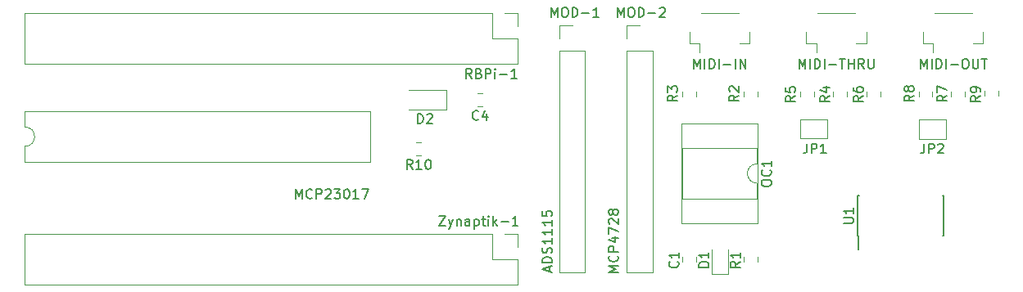
<source format=gbr>
G04 #@! TF.GenerationSoftware,KiCad,Pcbnew,5.0.2-5.fc29*
G04 #@! TF.CreationDate,2019-06-12T15:27:29+02:00*
G04 #@! TF.ProjectId,zynthian_zynaptik,7a796e74-6869-4616-9e5f-7a796e617074,1.0*
G04 #@! TF.SameCoordinates,Original*
G04 #@! TF.FileFunction,Legend,Top*
G04 #@! TF.FilePolarity,Positive*
%FSLAX46Y46*%
G04 Gerber Fmt 4.6, Leading zero omitted, Abs format (unit mm)*
G04 Created by KiCad (PCBNEW 5.0.2-5.fc29) date mié 12 jun 2019 15:27:29 CEST*
%MOMM*%
%LPD*%
G01*
G04 APERTURE LIST*
%ADD10C,0.150000*%
%ADD11C,0.120000*%
G04 APERTURE END LIST*
D10*
G04 #@! TO.C,U1*
X155252500Y-125201500D02*
X155277500Y-125201500D01*
X155252500Y-121051500D02*
X155367500Y-121051500D01*
X164152500Y-121051500D02*
X164037500Y-121051500D01*
X164152500Y-125201500D02*
X164037500Y-125201500D01*
X155252500Y-125201500D02*
X155252500Y-121051500D01*
X164152500Y-125201500D02*
X164152500Y-121051500D01*
X155277500Y-125201500D02*
X155277500Y-126576500D01*
D11*
G04 #@! TO.C,MCP23017*
X69155000Y-113935000D02*
G75*
G02X69155000Y-115935000I0J-1000000D01*
G01*
X69155000Y-115935000D02*
X69155000Y-117585000D01*
X69155000Y-117585000D02*
X104835000Y-117585000D01*
X104835000Y-117585000D02*
X104835000Y-112285000D01*
X104835000Y-112285000D02*
X69155000Y-112285000D01*
X69155000Y-112285000D02*
X69155000Y-113935000D01*
G04 #@! TO.C,C1*
X137085000Y-127893578D02*
X137085000Y-127376422D01*
X138505000Y-127893578D02*
X138505000Y-127376422D01*
G04 #@! TO.C,C4*
X116463578Y-110415000D02*
X115946422Y-110415000D01*
X116463578Y-111835000D02*
X115946422Y-111835000D01*
G04 #@! TO.C,D1*
X140120000Y-129135000D02*
X140120000Y-126585000D01*
X141820000Y-129135000D02*
X141820000Y-126585000D01*
X140120000Y-129135000D02*
X141820000Y-129135000D01*
G04 #@! TO.C,D2*
X112740000Y-112125000D02*
X112740000Y-110125000D01*
X112740000Y-110125000D02*
X108840000Y-110125000D01*
X112740000Y-112125000D02*
X108840000Y-112125000D01*
G04 #@! TO.C,MIDI-1*
X137860000Y-104100000D02*
X137860000Y-105250000D01*
X137860000Y-105250000D02*
X138910000Y-105250000D01*
X138910000Y-105250000D02*
X138910000Y-106240000D01*
X144080000Y-104100000D02*
X144080000Y-105250000D01*
X144080000Y-105250000D02*
X143030000Y-105250000D01*
X139030000Y-102130000D02*
X142910000Y-102130000D01*
G04 #@! TO.C,MIDI-2*
X151095000Y-102130000D02*
X154975000Y-102130000D01*
X156145000Y-105250000D02*
X155095000Y-105250000D01*
X156145000Y-104100000D02*
X156145000Y-105250000D01*
X150975000Y-105250000D02*
X150975000Y-106240000D01*
X149925000Y-105250000D02*
X150975000Y-105250000D01*
X149925000Y-104100000D02*
X149925000Y-105250000D01*
G04 #@! TO.C,MIDI-3*
X161990000Y-104100000D02*
X161990000Y-105250000D01*
X161990000Y-105250000D02*
X163040000Y-105250000D01*
X163040000Y-105250000D02*
X163040000Y-106240000D01*
X168210000Y-104100000D02*
X168210000Y-105250000D01*
X168210000Y-105250000D02*
X167160000Y-105250000D01*
X163160000Y-102130000D02*
X167040000Y-102130000D01*
G04 #@! TO.C,MOD-1*
X124400000Y-128965000D02*
X127060000Y-128965000D01*
X124400000Y-106045000D02*
X124400000Y-128965000D01*
X127060000Y-106045000D02*
X127060000Y-128965000D01*
X124400000Y-106045000D02*
X127060000Y-106045000D01*
X124400000Y-104775000D02*
X124400000Y-103445000D01*
X124400000Y-103445000D02*
X125730000Y-103445000D01*
G04 #@! TO.C,MOD-2*
X131385000Y-103445000D02*
X132715000Y-103445000D01*
X131385000Y-104775000D02*
X131385000Y-103445000D01*
X131385000Y-106045000D02*
X134045000Y-106045000D01*
X134045000Y-106045000D02*
X134045000Y-128965000D01*
X131385000Y-106045000D02*
X131385000Y-128965000D01*
X131385000Y-128965000D02*
X134045000Y-128965000D01*
G04 #@! TO.C,OC1*
X144900000Y-123885000D02*
X144900000Y-113605000D01*
X137040000Y-123885000D02*
X144900000Y-123885000D01*
X137040000Y-113605000D02*
X137040000Y-123885000D01*
X144900000Y-113605000D02*
X137040000Y-113605000D01*
X144840000Y-121395000D02*
X144840000Y-119745000D01*
X137100000Y-121395000D02*
X144840000Y-121395000D01*
X137100000Y-116095000D02*
X137100000Y-121395000D01*
X144840000Y-116095000D02*
X137100000Y-116095000D01*
X144840000Y-117745000D02*
X144840000Y-116095000D01*
X144840000Y-119745000D02*
G75*
G02X144840000Y-117745000I0J1000000D01*
G01*
G04 #@! TO.C,R1*
X144855000Y-127893578D02*
X144855000Y-127376422D01*
X143435000Y-127893578D02*
X143435000Y-127376422D01*
G04 #@! TO.C,R2*
X144855000Y-110748578D02*
X144855000Y-110231422D01*
X143435000Y-110748578D02*
X143435000Y-110231422D01*
G04 #@! TO.C,R3*
X137085000Y-110748578D02*
X137085000Y-110231422D01*
X138505000Y-110748578D02*
X138505000Y-110231422D01*
G04 #@! TO.C,R10*
X110113578Y-116915000D02*
X109596422Y-116915000D01*
X110113578Y-115495000D02*
X109596422Y-115495000D01*
G04 #@! TO.C,RBPi-1*
X120075000Y-102175000D02*
X120075000Y-103505000D01*
X118745000Y-102175000D02*
X120075000Y-102175000D01*
X120075000Y-104775000D02*
X120075000Y-107375000D01*
X117475000Y-104775000D02*
X120075000Y-104775000D01*
X117475000Y-102175000D02*
X117475000Y-104775000D01*
X120075000Y-107375000D02*
X69155000Y-107375000D01*
X117475000Y-102175000D02*
X69155000Y-102175000D01*
X69155000Y-102175000D02*
X69155000Y-107375000D01*
G04 #@! TO.C,Zynaptik-1*
X69155000Y-125035000D02*
X69155000Y-130235000D01*
X117475000Y-125035000D02*
X69155000Y-125035000D01*
X120075000Y-130235000D02*
X69155000Y-130235000D01*
X117475000Y-125035000D02*
X117475000Y-127635000D01*
X117475000Y-127635000D02*
X120075000Y-127635000D01*
X120075000Y-127635000D02*
X120075000Y-130235000D01*
X118745000Y-125035000D02*
X120075000Y-125035000D01*
X120075000Y-125035000D02*
X120075000Y-126365000D01*
G04 #@! TO.C,R4*
X152706000Y-110231422D02*
X152706000Y-110748578D01*
X154126000Y-110231422D02*
X154126000Y-110748578D01*
G04 #@! TO.C,R5*
X149277000Y-110812078D02*
X149277000Y-110294922D01*
X150697000Y-110812078D02*
X150697000Y-110294922D01*
G04 #@! TO.C,R6*
X156135000Y-110294922D02*
X156135000Y-110812078D01*
X157555000Y-110294922D02*
X157555000Y-110812078D01*
G04 #@! TO.C,R7*
X166318000Y-110231422D02*
X166318000Y-110748578D01*
X164898000Y-110231422D02*
X164898000Y-110748578D01*
G04 #@! TO.C,R8*
X162952500Y-110748578D02*
X162952500Y-110231422D01*
X161532500Y-110748578D02*
X161532500Y-110231422D01*
G04 #@! TO.C,R9*
X169747000Y-110167922D02*
X169747000Y-110685078D01*
X168327000Y-110167922D02*
X168327000Y-110685078D01*
G04 #@! TO.C,JP1*
X149270500Y-115109500D02*
X149270500Y-113109500D01*
X152070500Y-115109500D02*
X149270500Y-115109500D01*
X152070500Y-113109500D02*
X152070500Y-115109500D01*
X149270500Y-113109500D02*
X152070500Y-113109500D01*
G04 #@! TO.C,JP2*
X161541000Y-113173000D02*
X164341000Y-113173000D01*
X164341000Y-113173000D02*
X164341000Y-115173000D01*
X164341000Y-115173000D02*
X161541000Y-115173000D01*
X161541000Y-115173000D02*
X161541000Y-113173000D01*
G04 #@! TO.C,U1*
D10*
X153779880Y-123888404D02*
X154589404Y-123888404D01*
X154684642Y-123840785D01*
X154732261Y-123793166D01*
X154779880Y-123697928D01*
X154779880Y-123507452D01*
X154732261Y-123412214D01*
X154684642Y-123364595D01*
X154589404Y-123316976D01*
X153779880Y-123316976D01*
X154779880Y-122316976D02*
X154779880Y-122888404D01*
X154779880Y-122602690D02*
X153779880Y-122602690D01*
X153922738Y-122697928D01*
X154017976Y-122793166D01*
X154065595Y-122888404D01*
G04 #@! TO.C,MCP23017*
X97123714Y-121356380D02*
X97123714Y-120356380D01*
X97457047Y-121070666D01*
X97790380Y-120356380D01*
X97790380Y-121356380D01*
X98838000Y-121261142D02*
X98790380Y-121308761D01*
X98647523Y-121356380D01*
X98552285Y-121356380D01*
X98409428Y-121308761D01*
X98314190Y-121213523D01*
X98266571Y-121118285D01*
X98218952Y-120927809D01*
X98218952Y-120784952D01*
X98266571Y-120594476D01*
X98314190Y-120499238D01*
X98409428Y-120404000D01*
X98552285Y-120356380D01*
X98647523Y-120356380D01*
X98790380Y-120404000D01*
X98838000Y-120451619D01*
X99266571Y-121356380D02*
X99266571Y-120356380D01*
X99647523Y-120356380D01*
X99742761Y-120404000D01*
X99790380Y-120451619D01*
X99838000Y-120546857D01*
X99838000Y-120689714D01*
X99790380Y-120784952D01*
X99742761Y-120832571D01*
X99647523Y-120880190D01*
X99266571Y-120880190D01*
X100218952Y-120451619D02*
X100266571Y-120404000D01*
X100361809Y-120356380D01*
X100599904Y-120356380D01*
X100695142Y-120404000D01*
X100742761Y-120451619D01*
X100790380Y-120546857D01*
X100790380Y-120642095D01*
X100742761Y-120784952D01*
X100171333Y-121356380D01*
X100790380Y-121356380D01*
X101123714Y-120356380D02*
X101742761Y-120356380D01*
X101409428Y-120737333D01*
X101552285Y-120737333D01*
X101647523Y-120784952D01*
X101695142Y-120832571D01*
X101742761Y-120927809D01*
X101742761Y-121165904D01*
X101695142Y-121261142D01*
X101647523Y-121308761D01*
X101552285Y-121356380D01*
X101266571Y-121356380D01*
X101171333Y-121308761D01*
X101123714Y-121261142D01*
X102361809Y-120356380D02*
X102457047Y-120356380D01*
X102552285Y-120404000D01*
X102599904Y-120451619D01*
X102647523Y-120546857D01*
X102695142Y-120737333D01*
X102695142Y-120975428D01*
X102647523Y-121165904D01*
X102599904Y-121261142D01*
X102552285Y-121308761D01*
X102457047Y-121356380D01*
X102361809Y-121356380D01*
X102266571Y-121308761D01*
X102218952Y-121261142D01*
X102171333Y-121165904D01*
X102123714Y-120975428D01*
X102123714Y-120737333D01*
X102171333Y-120546857D01*
X102218952Y-120451619D01*
X102266571Y-120404000D01*
X102361809Y-120356380D01*
X103647523Y-121356380D02*
X103076095Y-121356380D01*
X103361809Y-121356380D02*
X103361809Y-120356380D01*
X103266571Y-120499238D01*
X103171333Y-120594476D01*
X103076095Y-120642095D01*
X103980857Y-120356380D02*
X104647523Y-120356380D01*
X104218952Y-121356380D01*
G04 #@! TO.C,C1*
X136628142Y-127865166D02*
X136675761Y-127912785D01*
X136723380Y-128055642D01*
X136723380Y-128150880D01*
X136675761Y-128293738D01*
X136580523Y-128388976D01*
X136485285Y-128436595D01*
X136294809Y-128484214D01*
X136151952Y-128484214D01*
X135961476Y-128436595D01*
X135866238Y-128388976D01*
X135771000Y-128293738D01*
X135723380Y-128150880D01*
X135723380Y-128055642D01*
X135771000Y-127912785D01*
X135818619Y-127865166D01*
X136723380Y-126912785D02*
X136723380Y-127484214D01*
X136723380Y-127198500D02*
X135723380Y-127198500D01*
X135866238Y-127293738D01*
X135961476Y-127388976D01*
X136009095Y-127484214D01*
G04 #@! TO.C,C4*
X116038333Y-113132142D02*
X115990714Y-113179761D01*
X115847857Y-113227380D01*
X115752619Y-113227380D01*
X115609761Y-113179761D01*
X115514523Y-113084523D01*
X115466904Y-112989285D01*
X115419285Y-112798809D01*
X115419285Y-112655952D01*
X115466904Y-112465476D01*
X115514523Y-112370238D01*
X115609761Y-112275000D01*
X115752619Y-112227380D01*
X115847857Y-112227380D01*
X115990714Y-112275000D01*
X116038333Y-112322619D01*
X116895476Y-112560714D02*
X116895476Y-113227380D01*
X116657380Y-112179761D02*
X116419285Y-112894047D01*
X117038333Y-112894047D01*
G04 #@! TO.C,D1*
X139834880Y-128436595D02*
X138834880Y-128436595D01*
X138834880Y-128198500D01*
X138882500Y-128055642D01*
X138977738Y-127960404D01*
X139072976Y-127912785D01*
X139263452Y-127865166D01*
X139406309Y-127865166D01*
X139596785Y-127912785D01*
X139692023Y-127960404D01*
X139787261Y-128055642D01*
X139834880Y-128198500D01*
X139834880Y-128436595D01*
X139834880Y-126912785D02*
X139834880Y-127484214D01*
X139834880Y-127198500D02*
X138834880Y-127198500D01*
X138977738Y-127293738D01*
X139072976Y-127388976D01*
X139120595Y-127484214D01*
G04 #@! TO.C,D2*
X109751904Y-113577380D02*
X109751904Y-112577380D01*
X109990000Y-112577380D01*
X110132857Y-112625000D01*
X110228095Y-112720238D01*
X110275714Y-112815476D01*
X110323333Y-113005952D01*
X110323333Y-113148809D01*
X110275714Y-113339285D01*
X110228095Y-113434523D01*
X110132857Y-113529761D01*
X109990000Y-113577380D01*
X109751904Y-113577380D01*
X110704285Y-112672619D02*
X110751904Y-112625000D01*
X110847142Y-112577380D01*
X111085238Y-112577380D01*
X111180476Y-112625000D01*
X111228095Y-112672619D01*
X111275714Y-112767857D01*
X111275714Y-112863095D01*
X111228095Y-113005952D01*
X110656666Y-113577380D01*
X111275714Y-113577380D01*
G04 #@! TO.C,MIDI-1*
X138279523Y-107892380D02*
X138279523Y-106892380D01*
X138612857Y-107606666D01*
X138946190Y-106892380D01*
X138946190Y-107892380D01*
X139422380Y-107892380D02*
X139422380Y-106892380D01*
X139898571Y-107892380D02*
X139898571Y-106892380D01*
X140136666Y-106892380D01*
X140279523Y-106940000D01*
X140374761Y-107035238D01*
X140422380Y-107130476D01*
X140470000Y-107320952D01*
X140470000Y-107463809D01*
X140422380Y-107654285D01*
X140374761Y-107749523D01*
X140279523Y-107844761D01*
X140136666Y-107892380D01*
X139898571Y-107892380D01*
X140898571Y-107892380D02*
X140898571Y-106892380D01*
X141374761Y-107511428D02*
X142136666Y-107511428D01*
X142612857Y-107892380D02*
X142612857Y-106892380D01*
X143089047Y-107892380D02*
X143089047Y-106892380D01*
X143660476Y-107892380D01*
X143660476Y-106892380D01*
G04 #@! TO.C,MIDI-2*
X149177857Y-107892380D02*
X149177857Y-106892380D01*
X149511190Y-107606666D01*
X149844523Y-106892380D01*
X149844523Y-107892380D01*
X150320714Y-107892380D02*
X150320714Y-106892380D01*
X150796904Y-107892380D02*
X150796904Y-106892380D01*
X151035000Y-106892380D01*
X151177857Y-106940000D01*
X151273095Y-107035238D01*
X151320714Y-107130476D01*
X151368333Y-107320952D01*
X151368333Y-107463809D01*
X151320714Y-107654285D01*
X151273095Y-107749523D01*
X151177857Y-107844761D01*
X151035000Y-107892380D01*
X150796904Y-107892380D01*
X151796904Y-107892380D02*
X151796904Y-106892380D01*
X152273095Y-107511428D02*
X153035000Y-107511428D01*
X153368333Y-106892380D02*
X153939761Y-106892380D01*
X153654047Y-107892380D02*
X153654047Y-106892380D01*
X154273095Y-107892380D02*
X154273095Y-106892380D01*
X154273095Y-107368571D02*
X154844523Y-107368571D01*
X154844523Y-107892380D02*
X154844523Y-106892380D01*
X155892142Y-107892380D02*
X155558809Y-107416190D01*
X155320714Y-107892380D02*
X155320714Y-106892380D01*
X155701666Y-106892380D01*
X155796904Y-106940000D01*
X155844523Y-106987619D01*
X155892142Y-107082857D01*
X155892142Y-107225714D01*
X155844523Y-107320952D01*
X155796904Y-107368571D01*
X155701666Y-107416190D01*
X155320714Y-107416190D01*
X156320714Y-106892380D02*
X156320714Y-107701904D01*
X156368333Y-107797142D01*
X156415952Y-107844761D01*
X156511190Y-107892380D01*
X156701666Y-107892380D01*
X156796904Y-107844761D01*
X156844523Y-107797142D01*
X156892142Y-107701904D01*
X156892142Y-106892380D01*
G04 #@! TO.C,MIDI-3*
X161742857Y-107892380D02*
X161742857Y-106892380D01*
X162076190Y-107606666D01*
X162409523Y-106892380D01*
X162409523Y-107892380D01*
X162885714Y-107892380D02*
X162885714Y-106892380D01*
X163361904Y-107892380D02*
X163361904Y-106892380D01*
X163600000Y-106892380D01*
X163742857Y-106940000D01*
X163838095Y-107035238D01*
X163885714Y-107130476D01*
X163933333Y-107320952D01*
X163933333Y-107463809D01*
X163885714Y-107654285D01*
X163838095Y-107749523D01*
X163742857Y-107844761D01*
X163600000Y-107892380D01*
X163361904Y-107892380D01*
X164361904Y-107892380D02*
X164361904Y-106892380D01*
X164838095Y-107511428D02*
X165600000Y-107511428D01*
X166266666Y-106892380D02*
X166457142Y-106892380D01*
X166552380Y-106940000D01*
X166647619Y-107035238D01*
X166695238Y-107225714D01*
X166695238Y-107559047D01*
X166647619Y-107749523D01*
X166552380Y-107844761D01*
X166457142Y-107892380D01*
X166266666Y-107892380D01*
X166171428Y-107844761D01*
X166076190Y-107749523D01*
X166028571Y-107559047D01*
X166028571Y-107225714D01*
X166076190Y-107035238D01*
X166171428Y-106940000D01*
X166266666Y-106892380D01*
X167123809Y-106892380D02*
X167123809Y-107701904D01*
X167171428Y-107797142D01*
X167219047Y-107844761D01*
X167314285Y-107892380D01*
X167504761Y-107892380D01*
X167600000Y-107844761D01*
X167647619Y-107797142D01*
X167695238Y-107701904D01*
X167695238Y-106892380D01*
X168028571Y-106892380D02*
X168600000Y-106892380D01*
X168314285Y-107892380D02*
X168314285Y-106892380D01*
G04 #@! TO.C,MOD-1*
X123531619Y-102560380D02*
X123531619Y-101560380D01*
X123864952Y-102274666D01*
X124198285Y-101560380D01*
X124198285Y-102560380D01*
X124864952Y-101560380D02*
X125055428Y-101560380D01*
X125150666Y-101608000D01*
X125245904Y-101703238D01*
X125293523Y-101893714D01*
X125293523Y-102227047D01*
X125245904Y-102417523D01*
X125150666Y-102512761D01*
X125055428Y-102560380D01*
X124864952Y-102560380D01*
X124769714Y-102512761D01*
X124674476Y-102417523D01*
X124626857Y-102227047D01*
X124626857Y-101893714D01*
X124674476Y-101703238D01*
X124769714Y-101608000D01*
X124864952Y-101560380D01*
X125722095Y-102560380D02*
X125722095Y-101560380D01*
X125960190Y-101560380D01*
X126103047Y-101608000D01*
X126198285Y-101703238D01*
X126245904Y-101798476D01*
X126293523Y-101988952D01*
X126293523Y-102131809D01*
X126245904Y-102322285D01*
X126198285Y-102417523D01*
X126103047Y-102512761D01*
X125960190Y-102560380D01*
X125722095Y-102560380D01*
X126722095Y-102179428D02*
X127484000Y-102179428D01*
X128484000Y-102560380D02*
X127912571Y-102560380D01*
X128198285Y-102560380D02*
X128198285Y-101560380D01*
X128103047Y-101703238D01*
X128007809Y-101798476D01*
X127912571Y-101846095D01*
X123356666Y-128849047D02*
X123356666Y-128372857D01*
X123642380Y-128944285D02*
X122642380Y-128610952D01*
X123642380Y-128277619D01*
X123642380Y-127944285D02*
X122642380Y-127944285D01*
X122642380Y-127706190D01*
X122690000Y-127563333D01*
X122785238Y-127468095D01*
X122880476Y-127420476D01*
X123070952Y-127372857D01*
X123213809Y-127372857D01*
X123404285Y-127420476D01*
X123499523Y-127468095D01*
X123594761Y-127563333D01*
X123642380Y-127706190D01*
X123642380Y-127944285D01*
X123594761Y-126991904D02*
X123642380Y-126849047D01*
X123642380Y-126610952D01*
X123594761Y-126515714D01*
X123547142Y-126468095D01*
X123451904Y-126420476D01*
X123356666Y-126420476D01*
X123261428Y-126468095D01*
X123213809Y-126515714D01*
X123166190Y-126610952D01*
X123118571Y-126801428D01*
X123070952Y-126896666D01*
X123023333Y-126944285D01*
X122928095Y-126991904D01*
X122832857Y-126991904D01*
X122737619Y-126944285D01*
X122690000Y-126896666D01*
X122642380Y-126801428D01*
X122642380Y-126563333D01*
X122690000Y-126420476D01*
X123642380Y-125468095D02*
X123642380Y-126039523D01*
X123642380Y-125753809D02*
X122642380Y-125753809D01*
X122785238Y-125849047D01*
X122880476Y-125944285D01*
X122928095Y-126039523D01*
X123642380Y-124515714D02*
X123642380Y-125087142D01*
X123642380Y-124801428D02*
X122642380Y-124801428D01*
X122785238Y-124896666D01*
X122880476Y-124991904D01*
X122928095Y-125087142D01*
X123642380Y-123563333D02*
X123642380Y-124134761D01*
X123642380Y-123849047D02*
X122642380Y-123849047D01*
X122785238Y-123944285D01*
X122880476Y-124039523D01*
X122928095Y-124134761D01*
X122642380Y-122658571D02*
X122642380Y-123134761D01*
X123118571Y-123182380D01*
X123070952Y-123134761D01*
X123023333Y-123039523D01*
X123023333Y-122801428D01*
X123070952Y-122706190D01*
X123118571Y-122658571D01*
X123213809Y-122610952D01*
X123451904Y-122610952D01*
X123547142Y-122658571D01*
X123594761Y-122706190D01*
X123642380Y-122801428D01*
X123642380Y-123039523D01*
X123594761Y-123134761D01*
X123547142Y-123182380D01*
G04 #@! TO.C,MOD-2*
X130389619Y-102560380D02*
X130389619Y-101560380D01*
X130722952Y-102274666D01*
X131056285Y-101560380D01*
X131056285Y-102560380D01*
X131722952Y-101560380D02*
X131913428Y-101560380D01*
X132008666Y-101608000D01*
X132103904Y-101703238D01*
X132151523Y-101893714D01*
X132151523Y-102227047D01*
X132103904Y-102417523D01*
X132008666Y-102512761D01*
X131913428Y-102560380D01*
X131722952Y-102560380D01*
X131627714Y-102512761D01*
X131532476Y-102417523D01*
X131484857Y-102227047D01*
X131484857Y-101893714D01*
X131532476Y-101703238D01*
X131627714Y-101608000D01*
X131722952Y-101560380D01*
X132580095Y-102560380D02*
X132580095Y-101560380D01*
X132818190Y-101560380D01*
X132961047Y-101608000D01*
X133056285Y-101703238D01*
X133103904Y-101798476D01*
X133151523Y-101988952D01*
X133151523Y-102131809D01*
X133103904Y-102322285D01*
X133056285Y-102417523D01*
X132961047Y-102512761D01*
X132818190Y-102560380D01*
X132580095Y-102560380D01*
X133580095Y-102179428D02*
X134342000Y-102179428D01*
X134770571Y-101655619D02*
X134818190Y-101608000D01*
X134913428Y-101560380D01*
X135151523Y-101560380D01*
X135246761Y-101608000D01*
X135294380Y-101655619D01*
X135342000Y-101750857D01*
X135342000Y-101846095D01*
X135294380Y-101988952D01*
X134722952Y-102560380D01*
X135342000Y-102560380D01*
X130500380Y-128968095D02*
X129500380Y-128968095D01*
X130214666Y-128634761D01*
X129500380Y-128301428D01*
X130500380Y-128301428D01*
X130405142Y-127253809D02*
X130452761Y-127301428D01*
X130500380Y-127444285D01*
X130500380Y-127539523D01*
X130452761Y-127682380D01*
X130357523Y-127777619D01*
X130262285Y-127825238D01*
X130071809Y-127872857D01*
X129928952Y-127872857D01*
X129738476Y-127825238D01*
X129643238Y-127777619D01*
X129548000Y-127682380D01*
X129500380Y-127539523D01*
X129500380Y-127444285D01*
X129548000Y-127301428D01*
X129595619Y-127253809D01*
X130500380Y-126825238D02*
X129500380Y-126825238D01*
X129500380Y-126444285D01*
X129548000Y-126349047D01*
X129595619Y-126301428D01*
X129690857Y-126253809D01*
X129833714Y-126253809D01*
X129928952Y-126301428D01*
X129976571Y-126349047D01*
X130024190Y-126444285D01*
X130024190Y-126825238D01*
X129833714Y-125396666D02*
X130500380Y-125396666D01*
X129452761Y-125634761D02*
X130167047Y-125872857D01*
X130167047Y-125253809D01*
X129500380Y-124968095D02*
X129500380Y-124301428D01*
X130500380Y-124730000D01*
X129595619Y-123968095D02*
X129548000Y-123920476D01*
X129500380Y-123825238D01*
X129500380Y-123587142D01*
X129548000Y-123491904D01*
X129595619Y-123444285D01*
X129690857Y-123396666D01*
X129786095Y-123396666D01*
X129928952Y-123444285D01*
X130500380Y-124015714D01*
X130500380Y-123396666D01*
X129928952Y-122825238D02*
X129881333Y-122920476D01*
X129833714Y-122968095D01*
X129738476Y-123015714D01*
X129690857Y-123015714D01*
X129595619Y-122968095D01*
X129548000Y-122920476D01*
X129500380Y-122825238D01*
X129500380Y-122634761D01*
X129548000Y-122539523D01*
X129595619Y-122491904D01*
X129690857Y-122444285D01*
X129738476Y-122444285D01*
X129833714Y-122491904D01*
X129881333Y-122539523D01*
X129928952Y-122634761D01*
X129928952Y-122825238D01*
X129976571Y-122920476D01*
X130024190Y-122968095D01*
X130119428Y-123015714D01*
X130309904Y-123015714D01*
X130405142Y-122968095D01*
X130452761Y-122920476D01*
X130500380Y-122825238D01*
X130500380Y-122634761D01*
X130452761Y-122539523D01*
X130405142Y-122491904D01*
X130309904Y-122444285D01*
X130119428Y-122444285D01*
X130024190Y-122491904D01*
X129976571Y-122539523D01*
X129928952Y-122634761D01*
G04 #@! TO.C,OC1*
X145292380Y-119816428D02*
X145292380Y-119625952D01*
X145340000Y-119530714D01*
X145435238Y-119435476D01*
X145625714Y-119387857D01*
X145959047Y-119387857D01*
X146149523Y-119435476D01*
X146244761Y-119530714D01*
X146292380Y-119625952D01*
X146292380Y-119816428D01*
X146244761Y-119911666D01*
X146149523Y-120006904D01*
X145959047Y-120054523D01*
X145625714Y-120054523D01*
X145435238Y-120006904D01*
X145340000Y-119911666D01*
X145292380Y-119816428D01*
X146197142Y-118387857D02*
X146244761Y-118435476D01*
X146292380Y-118578333D01*
X146292380Y-118673571D01*
X146244761Y-118816428D01*
X146149523Y-118911666D01*
X146054285Y-118959285D01*
X145863809Y-119006904D01*
X145720952Y-119006904D01*
X145530476Y-118959285D01*
X145435238Y-118911666D01*
X145340000Y-118816428D01*
X145292380Y-118673571D01*
X145292380Y-118578333D01*
X145340000Y-118435476D01*
X145387619Y-118387857D01*
X146292380Y-117435476D02*
X146292380Y-118006904D01*
X146292380Y-117721190D02*
X145292380Y-117721190D01*
X145435238Y-117816428D01*
X145530476Y-117911666D01*
X145578095Y-118006904D01*
G04 #@! TO.C,R1*
X143073380Y-127865166D02*
X142597190Y-128198500D01*
X143073380Y-128436595D02*
X142073380Y-128436595D01*
X142073380Y-128055642D01*
X142121000Y-127960404D01*
X142168619Y-127912785D01*
X142263857Y-127865166D01*
X142406714Y-127865166D01*
X142501952Y-127912785D01*
X142549571Y-127960404D01*
X142597190Y-128055642D01*
X142597190Y-128436595D01*
X143073380Y-126912785D02*
X143073380Y-127484214D01*
X143073380Y-127198500D02*
X142073380Y-127198500D01*
X142216238Y-127293738D01*
X142311476Y-127388976D01*
X142359095Y-127484214D01*
G04 #@! TO.C,R2*
X142947380Y-110656666D02*
X142471190Y-110990000D01*
X142947380Y-111228095D02*
X141947380Y-111228095D01*
X141947380Y-110847142D01*
X141995000Y-110751904D01*
X142042619Y-110704285D01*
X142137857Y-110656666D01*
X142280714Y-110656666D01*
X142375952Y-110704285D01*
X142423571Y-110751904D01*
X142471190Y-110847142D01*
X142471190Y-111228095D01*
X142042619Y-110275714D02*
X141995000Y-110228095D01*
X141947380Y-110132857D01*
X141947380Y-109894761D01*
X141995000Y-109799523D01*
X142042619Y-109751904D01*
X142137857Y-109704285D01*
X142233095Y-109704285D01*
X142375952Y-109751904D01*
X142947380Y-110323333D01*
X142947380Y-109704285D01*
G04 #@! TO.C,R3*
X136597380Y-110656666D02*
X136121190Y-110990000D01*
X136597380Y-111228095D02*
X135597380Y-111228095D01*
X135597380Y-110847142D01*
X135645000Y-110751904D01*
X135692619Y-110704285D01*
X135787857Y-110656666D01*
X135930714Y-110656666D01*
X136025952Y-110704285D01*
X136073571Y-110751904D01*
X136121190Y-110847142D01*
X136121190Y-111228095D01*
X135597380Y-110323333D02*
X135597380Y-109704285D01*
X135978333Y-110037619D01*
X135978333Y-109894761D01*
X136025952Y-109799523D01*
X136073571Y-109751904D01*
X136168809Y-109704285D01*
X136406904Y-109704285D01*
X136502142Y-109751904D01*
X136549761Y-109799523D01*
X136597380Y-109894761D01*
X136597380Y-110180476D01*
X136549761Y-110275714D01*
X136502142Y-110323333D01*
G04 #@! TO.C,R10*
X109212142Y-118307380D02*
X108878809Y-117831190D01*
X108640714Y-118307380D02*
X108640714Y-117307380D01*
X109021666Y-117307380D01*
X109116904Y-117355000D01*
X109164523Y-117402619D01*
X109212142Y-117497857D01*
X109212142Y-117640714D01*
X109164523Y-117735952D01*
X109116904Y-117783571D01*
X109021666Y-117831190D01*
X108640714Y-117831190D01*
X110164523Y-118307380D02*
X109593095Y-118307380D01*
X109878809Y-118307380D02*
X109878809Y-117307380D01*
X109783571Y-117450238D01*
X109688333Y-117545476D01*
X109593095Y-117593095D01*
X110783571Y-117307380D02*
X110878809Y-117307380D01*
X110974047Y-117355000D01*
X111021666Y-117402619D01*
X111069285Y-117497857D01*
X111116904Y-117688333D01*
X111116904Y-117926428D01*
X111069285Y-118116904D01*
X111021666Y-118212142D01*
X110974047Y-118259761D01*
X110878809Y-118307380D01*
X110783571Y-118307380D01*
X110688333Y-118259761D01*
X110640714Y-118212142D01*
X110593095Y-118116904D01*
X110545476Y-117926428D01*
X110545476Y-117688333D01*
X110593095Y-117497857D01*
X110640714Y-117402619D01*
X110688333Y-117355000D01*
X110783571Y-117307380D01*
G04 #@! TO.C,RBPi-1*
X115324190Y-108910380D02*
X114990857Y-108434190D01*
X114752761Y-108910380D02*
X114752761Y-107910380D01*
X115133714Y-107910380D01*
X115228952Y-107958000D01*
X115276571Y-108005619D01*
X115324190Y-108100857D01*
X115324190Y-108243714D01*
X115276571Y-108338952D01*
X115228952Y-108386571D01*
X115133714Y-108434190D01*
X114752761Y-108434190D01*
X116086095Y-108386571D02*
X116228952Y-108434190D01*
X116276571Y-108481809D01*
X116324190Y-108577047D01*
X116324190Y-108719904D01*
X116276571Y-108815142D01*
X116228952Y-108862761D01*
X116133714Y-108910380D01*
X115752761Y-108910380D01*
X115752761Y-107910380D01*
X116086095Y-107910380D01*
X116181333Y-107958000D01*
X116228952Y-108005619D01*
X116276571Y-108100857D01*
X116276571Y-108196095D01*
X116228952Y-108291333D01*
X116181333Y-108338952D01*
X116086095Y-108386571D01*
X115752761Y-108386571D01*
X116752761Y-108910380D02*
X116752761Y-107910380D01*
X117133714Y-107910380D01*
X117228952Y-107958000D01*
X117276571Y-108005619D01*
X117324190Y-108100857D01*
X117324190Y-108243714D01*
X117276571Y-108338952D01*
X117228952Y-108386571D01*
X117133714Y-108434190D01*
X116752761Y-108434190D01*
X117752761Y-108910380D02*
X117752761Y-108243714D01*
X117752761Y-107910380D02*
X117705142Y-107958000D01*
X117752761Y-108005619D01*
X117800380Y-107958000D01*
X117752761Y-107910380D01*
X117752761Y-108005619D01*
X118228952Y-108529428D02*
X118990857Y-108529428D01*
X119990857Y-108910380D02*
X119419428Y-108910380D01*
X119705142Y-108910380D02*
X119705142Y-107910380D01*
X119609904Y-108053238D01*
X119514666Y-108148476D01*
X119419428Y-108196095D01*
G04 #@! TO.C,Zynaptik-1*
X111982761Y-123150380D02*
X112649428Y-123150380D01*
X111982761Y-124150380D01*
X112649428Y-124150380D01*
X112935142Y-123483714D02*
X113173238Y-124150380D01*
X113411333Y-123483714D02*
X113173238Y-124150380D01*
X113078000Y-124388476D01*
X113030380Y-124436095D01*
X112935142Y-124483714D01*
X113792285Y-123483714D02*
X113792285Y-124150380D01*
X113792285Y-123578952D02*
X113839904Y-123531333D01*
X113935142Y-123483714D01*
X114078000Y-123483714D01*
X114173238Y-123531333D01*
X114220857Y-123626571D01*
X114220857Y-124150380D01*
X115125619Y-124150380D02*
X115125619Y-123626571D01*
X115078000Y-123531333D01*
X114982761Y-123483714D01*
X114792285Y-123483714D01*
X114697047Y-123531333D01*
X115125619Y-124102761D02*
X115030380Y-124150380D01*
X114792285Y-124150380D01*
X114697047Y-124102761D01*
X114649428Y-124007523D01*
X114649428Y-123912285D01*
X114697047Y-123817047D01*
X114792285Y-123769428D01*
X115030380Y-123769428D01*
X115125619Y-123721809D01*
X115601809Y-123483714D02*
X115601809Y-124483714D01*
X115601809Y-123531333D02*
X115697047Y-123483714D01*
X115887523Y-123483714D01*
X115982761Y-123531333D01*
X116030380Y-123578952D01*
X116078000Y-123674190D01*
X116078000Y-123959904D01*
X116030380Y-124055142D01*
X115982761Y-124102761D01*
X115887523Y-124150380D01*
X115697047Y-124150380D01*
X115601809Y-124102761D01*
X116363714Y-123483714D02*
X116744666Y-123483714D01*
X116506571Y-123150380D02*
X116506571Y-124007523D01*
X116554190Y-124102761D01*
X116649428Y-124150380D01*
X116744666Y-124150380D01*
X117078000Y-124150380D02*
X117078000Y-123483714D01*
X117078000Y-123150380D02*
X117030380Y-123198000D01*
X117078000Y-123245619D01*
X117125619Y-123198000D01*
X117078000Y-123150380D01*
X117078000Y-123245619D01*
X117554190Y-124150380D02*
X117554190Y-123150380D01*
X117649428Y-123769428D02*
X117935142Y-124150380D01*
X117935142Y-123483714D02*
X117554190Y-123864666D01*
X118363714Y-123769428D02*
X119125619Y-123769428D01*
X120125619Y-124150380D02*
X119554190Y-124150380D01*
X119839904Y-124150380D02*
X119839904Y-123150380D01*
X119744666Y-123293238D01*
X119649428Y-123388476D01*
X119554190Y-123436095D01*
G04 #@! TO.C,R4*
X152344380Y-110720166D02*
X151868190Y-111053500D01*
X152344380Y-111291595D02*
X151344380Y-111291595D01*
X151344380Y-110910642D01*
X151392000Y-110815404D01*
X151439619Y-110767785D01*
X151534857Y-110720166D01*
X151677714Y-110720166D01*
X151772952Y-110767785D01*
X151820571Y-110815404D01*
X151868190Y-110910642D01*
X151868190Y-111291595D01*
X151677714Y-109863023D02*
X152344380Y-109863023D01*
X151296761Y-110101119D02*
X152011047Y-110339214D01*
X152011047Y-109720166D01*
G04 #@! TO.C,R5*
X148789380Y-110720166D02*
X148313190Y-111053500D01*
X148789380Y-111291595D02*
X147789380Y-111291595D01*
X147789380Y-110910642D01*
X147837000Y-110815404D01*
X147884619Y-110767785D01*
X147979857Y-110720166D01*
X148122714Y-110720166D01*
X148217952Y-110767785D01*
X148265571Y-110815404D01*
X148313190Y-110910642D01*
X148313190Y-111291595D01*
X147789380Y-109815404D02*
X147789380Y-110291595D01*
X148265571Y-110339214D01*
X148217952Y-110291595D01*
X148170333Y-110196357D01*
X148170333Y-109958261D01*
X148217952Y-109863023D01*
X148265571Y-109815404D01*
X148360809Y-109767785D01*
X148598904Y-109767785D01*
X148694142Y-109815404D01*
X148741761Y-109863023D01*
X148789380Y-109958261D01*
X148789380Y-110196357D01*
X148741761Y-110291595D01*
X148694142Y-110339214D01*
G04 #@! TO.C,R6*
X155773380Y-110720166D02*
X155297190Y-111053500D01*
X155773380Y-111291595D02*
X154773380Y-111291595D01*
X154773380Y-110910642D01*
X154821000Y-110815404D01*
X154868619Y-110767785D01*
X154963857Y-110720166D01*
X155106714Y-110720166D01*
X155201952Y-110767785D01*
X155249571Y-110815404D01*
X155297190Y-110910642D01*
X155297190Y-111291595D01*
X154773380Y-109863023D02*
X154773380Y-110053500D01*
X154821000Y-110148738D01*
X154868619Y-110196357D01*
X155011476Y-110291595D01*
X155201952Y-110339214D01*
X155582904Y-110339214D01*
X155678142Y-110291595D01*
X155725761Y-110243976D01*
X155773380Y-110148738D01*
X155773380Y-109958261D01*
X155725761Y-109863023D01*
X155678142Y-109815404D01*
X155582904Y-109767785D01*
X155344809Y-109767785D01*
X155249571Y-109815404D01*
X155201952Y-109863023D01*
X155154333Y-109958261D01*
X155154333Y-110148738D01*
X155201952Y-110243976D01*
X155249571Y-110291595D01*
X155344809Y-110339214D01*
G04 #@! TO.C,R7*
X164472880Y-110656666D02*
X163996690Y-110990000D01*
X164472880Y-111228095D02*
X163472880Y-111228095D01*
X163472880Y-110847142D01*
X163520500Y-110751904D01*
X163568119Y-110704285D01*
X163663357Y-110656666D01*
X163806214Y-110656666D01*
X163901452Y-110704285D01*
X163949071Y-110751904D01*
X163996690Y-110847142D01*
X163996690Y-111228095D01*
X163472880Y-110323333D02*
X163472880Y-109656666D01*
X164472880Y-110085238D01*
G04 #@! TO.C,R8*
X161044880Y-110656666D02*
X160568690Y-110990000D01*
X161044880Y-111228095D02*
X160044880Y-111228095D01*
X160044880Y-110847142D01*
X160092500Y-110751904D01*
X160140119Y-110704285D01*
X160235357Y-110656666D01*
X160378214Y-110656666D01*
X160473452Y-110704285D01*
X160521071Y-110751904D01*
X160568690Y-110847142D01*
X160568690Y-111228095D01*
X160473452Y-110085238D02*
X160425833Y-110180476D01*
X160378214Y-110228095D01*
X160282976Y-110275714D01*
X160235357Y-110275714D01*
X160140119Y-110228095D01*
X160092500Y-110180476D01*
X160044880Y-110085238D01*
X160044880Y-109894761D01*
X160092500Y-109799523D01*
X160140119Y-109751904D01*
X160235357Y-109704285D01*
X160282976Y-109704285D01*
X160378214Y-109751904D01*
X160425833Y-109799523D01*
X160473452Y-109894761D01*
X160473452Y-110085238D01*
X160521071Y-110180476D01*
X160568690Y-110228095D01*
X160663928Y-110275714D01*
X160854404Y-110275714D01*
X160949642Y-110228095D01*
X160997261Y-110180476D01*
X161044880Y-110085238D01*
X161044880Y-109894761D01*
X160997261Y-109799523D01*
X160949642Y-109751904D01*
X160854404Y-109704285D01*
X160663928Y-109704285D01*
X160568690Y-109751904D01*
X160521071Y-109799523D01*
X160473452Y-109894761D01*
G04 #@! TO.C,R9*
X167901880Y-110720166D02*
X167425690Y-111053500D01*
X167901880Y-111291595D02*
X166901880Y-111291595D01*
X166901880Y-110910642D01*
X166949500Y-110815404D01*
X166997119Y-110767785D01*
X167092357Y-110720166D01*
X167235214Y-110720166D01*
X167330452Y-110767785D01*
X167378071Y-110815404D01*
X167425690Y-110910642D01*
X167425690Y-111291595D01*
X167901880Y-110243976D02*
X167901880Y-110053500D01*
X167854261Y-109958261D01*
X167806642Y-109910642D01*
X167663785Y-109815404D01*
X167473309Y-109767785D01*
X167092357Y-109767785D01*
X166997119Y-109815404D01*
X166949500Y-109863023D01*
X166901880Y-109958261D01*
X166901880Y-110148738D01*
X166949500Y-110243976D01*
X166997119Y-110291595D01*
X167092357Y-110339214D01*
X167330452Y-110339214D01*
X167425690Y-110291595D01*
X167473309Y-110243976D01*
X167520928Y-110148738D01*
X167520928Y-109958261D01*
X167473309Y-109863023D01*
X167425690Y-109815404D01*
X167330452Y-109767785D01*
G04 #@! TO.C,JP1*
X149979166Y-115657380D02*
X149979166Y-116371666D01*
X149931547Y-116514523D01*
X149836309Y-116609761D01*
X149693452Y-116657380D01*
X149598214Y-116657380D01*
X150455357Y-116657380D02*
X150455357Y-115657380D01*
X150836309Y-115657380D01*
X150931547Y-115705000D01*
X150979166Y-115752619D01*
X151026785Y-115847857D01*
X151026785Y-115990714D01*
X150979166Y-116085952D01*
X150931547Y-116133571D01*
X150836309Y-116181190D01*
X150455357Y-116181190D01*
X151979166Y-116657380D02*
X151407738Y-116657380D01*
X151693452Y-116657380D02*
X151693452Y-115657380D01*
X151598214Y-115800238D01*
X151502976Y-115895476D01*
X151407738Y-115943095D01*
G04 #@! TO.C,JP2*
X162107666Y-115657380D02*
X162107666Y-116371666D01*
X162060047Y-116514523D01*
X161964809Y-116609761D01*
X161821952Y-116657380D01*
X161726714Y-116657380D01*
X162583857Y-116657380D02*
X162583857Y-115657380D01*
X162964809Y-115657380D01*
X163060047Y-115705000D01*
X163107666Y-115752619D01*
X163155285Y-115847857D01*
X163155285Y-115990714D01*
X163107666Y-116085952D01*
X163060047Y-116133571D01*
X162964809Y-116181190D01*
X162583857Y-116181190D01*
X163536238Y-115752619D02*
X163583857Y-115705000D01*
X163679095Y-115657380D01*
X163917190Y-115657380D01*
X164012428Y-115705000D01*
X164060047Y-115752619D01*
X164107666Y-115847857D01*
X164107666Y-115943095D01*
X164060047Y-116085952D01*
X163488619Y-116657380D01*
X164107666Y-116657380D01*
G04 #@! TD*
M02*

</source>
